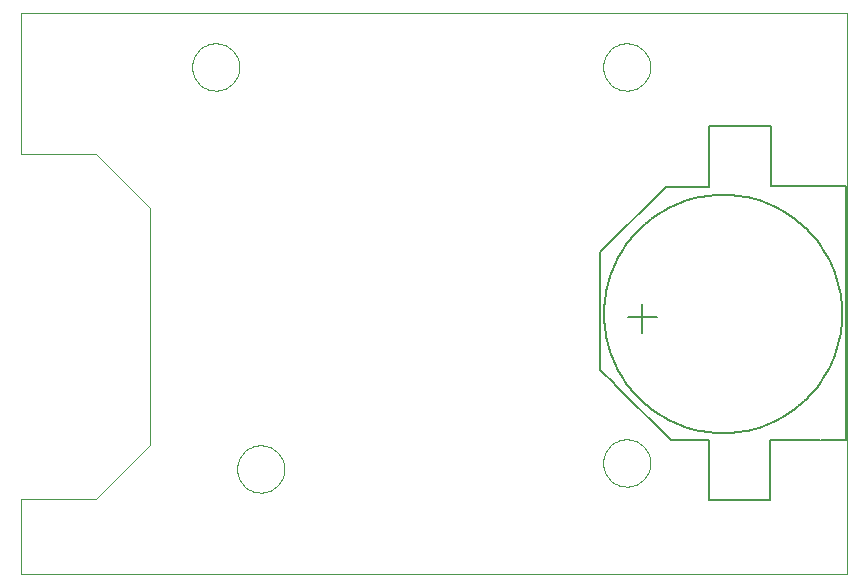
<source format=gbo>
G75*
%MOIN*%
%OFA0B0*%
%FSLAX24Y24*%
%IPPOS*%
%LPD*%
%AMOC8*
5,1,8,0,0,1.08239X$1,22.5*
%
%ADD10C,0.0000*%
%ADD11C,0.0050*%
D10*
X003250Y002550D02*
X003250Y005050D01*
X005750Y005050D01*
X007550Y006850D01*
X007550Y014750D01*
X005750Y016550D01*
X003250Y016550D01*
X003250Y021235D01*
X030809Y021235D01*
X030809Y002550D01*
X003250Y002550D01*
X010463Y006050D02*
X010465Y006106D01*
X010471Y006161D01*
X010481Y006215D01*
X010494Y006269D01*
X010512Y006322D01*
X010533Y006373D01*
X010557Y006423D01*
X010585Y006471D01*
X010617Y006517D01*
X010651Y006561D01*
X010689Y006602D01*
X010729Y006640D01*
X010772Y006675D01*
X010817Y006707D01*
X010865Y006736D01*
X010914Y006762D01*
X010965Y006784D01*
X011017Y006802D01*
X011071Y006816D01*
X011126Y006827D01*
X011181Y006834D01*
X011236Y006837D01*
X011292Y006836D01*
X011347Y006831D01*
X011402Y006822D01*
X011456Y006810D01*
X011509Y006793D01*
X011561Y006773D01*
X011611Y006749D01*
X011659Y006722D01*
X011706Y006692D01*
X011750Y006658D01*
X011792Y006621D01*
X011830Y006581D01*
X011867Y006539D01*
X011900Y006494D01*
X011929Y006448D01*
X011956Y006399D01*
X011978Y006348D01*
X011998Y006296D01*
X012013Y006242D01*
X012025Y006188D01*
X012033Y006133D01*
X012037Y006078D01*
X012037Y006022D01*
X012033Y005967D01*
X012025Y005912D01*
X012013Y005858D01*
X011998Y005804D01*
X011978Y005752D01*
X011956Y005701D01*
X011929Y005652D01*
X011900Y005606D01*
X011867Y005561D01*
X011830Y005519D01*
X011792Y005479D01*
X011750Y005442D01*
X011706Y005408D01*
X011659Y005378D01*
X011611Y005351D01*
X011561Y005327D01*
X011509Y005307D01*
X011456Y005290D01*
X011402Y005278D01*
X011347Y005269D01*
X011292Y005264D01*
X011236Y005263D01*
X011181Y005266D01*
X011126Y005273D01*
X011071Y005284D01*
X011017Y005298D01*
X010965Y005316D01*
X010914Y005338D01*
X010865Y005364D01*
X010817Y005393D01*
X010772Y005425D01*
X010729Y005460D01*
X010689Y005498D01*
X010651Y005539D01*
X010617Y005583D01*
X010585Y005629D01*
X010557Y005677D01*
X010533Y005727D01*
X010512Y005778D01*
X010494Y005831D01*
X010481Y005885D01*
X010471Y005939D01*
X010465Y005994D01*
X010463Y006050D01*
X022663Y006250D02*
X022665Y006306D01*
X022671Y006361D01*
X022681Y006415D01*
X022694Y006469D01*
X022712Y006522D01*
X022733Y006573D01*
X022757Y006623D01*
X022785Y006671D01*
X022817Y006717D01*
X022851Y006761D01*
X022889Y006802D01*
X022929Y006840D01*
X022972Y006875D01*
X023017Y006907D01*
X023065Y006936D01*
X023114Y006962D01*
X023165Y006984D01*
X023217Y007002D01*
X023271Y007016D01*
X023326Y007027D01*
X023381Y007034D01*
X023436Y007037D01*
X023492Y007036D01*
X023547Y007031D01*
X023602Y007022D01*
X023656Y007010D01*
X023709Y006993D01*
X023761Y006973D01*
X023811Y006949D01*
X023859Y006922D01*
X023906Y006892D01*
X023950Y006858D01*
X023992Y006821D01*
X024030Y006781D01*
X024067Y006739D01*
X024100Y006694D01*
X024129Y006648D01*
X024156Y006599D01*
X024178Y006548D01*
X024198Y006496D01*
X024213Y006442D01*
X024225Y006388D01*
X024233Y006333D01*
X024237Y006278D01*
X024237Y006222D01*
X024233Y006167D01*
X024225Y006112D01*
X024213Y006058D01*
X024198Y006004D01*
X024178Y005952D01*
X024156Y005901D01*
X024129Y005852D01*
X024100Y005806D01*
X024067Y005761D01*
X024030Y005719D01*
X023992Y005679D01*
X023950Y005642D01*
X023906Y005608D01*
X023859Y005578D01*
X023811Y005551D01*
X023761Y005527D01*
X023709Y005507D01*
X023656Y005490D01*
X023602Y005478D01*
X023547Y005469D01*
X023492Y005464D01*
X023436Y005463D01*
X023381Y005466D01*
X023326Y005473D01*
X023271Y005484D01*
X023217Y005498D01*
X023165Y005516D01*
X023114Y005538D01*
X023065Y005564D01*
X023017Y005593D01*
X022972Y005625D01*
X022929Y005660D01*
X022889Y005698D01*
X022851Y005739D01*
X022817Y005783D01*
X022785Y005829D01*
X022757Y005877D01*
X022733Y005927D01*
X022712Y005978D01*
X022694Y006031D01*
X022681Y006085D01*
X022671Y006139D01*
X022665Y006194D01*
X022663Y006250D01*
X022663Y019450D02*
X022665Y019506D01*
X022671Y019561D01*
X022681Y019615D01*
X022694Y019669D01*
X022712Y019722D01*
X022733Y019773D01*
X022757Y019823D01*
X022785Y019871D01*
X022817Y019917D01*
X022851Y019961D01*
X022889Y020002D01*
X022929Y020040D01*
X022972Y020075D01*
X023017Y020107D01*
X023065Y020136D01*
X023114Y020162D01*
X023165Y020184D01*
X023217Y020202D01*
X023271Y020216D01*
X023326Y020227D01*
X023381Y020234D01*
X023436Y020237D01*
X023492Y020236D01*
X023547Y020231D01*
X023602Y020222D01*
X023656Y020210D01*
X023709Y020193D01*
X023761Y020173D01*
X023811Y020149D01*
X023859Y020122D01*
X023906Y020092D01*
X023950Y020058D01*
X023992Y020021D01*
X024030Y019981D01*
X024067Y019939D01*
X024100Y019894D01*
X024129Y019848D01*
X024156Y019799D01*
X024178Y019748D01*
X024198Y019696D01*
X024213Y019642D01*
X024225Y019588D01*
X024233Y019533D01*
X024237Y019478D01*
X024237Y019422D01*
X024233Y019367D01*
X024225Y019312D01*
X024213Y019258D01*
X024198Y019204D01*
X024178Y019152D01*
X024156Y019101D01*
X024129Y019052D01*
X024100Y019006D01*
X024067Y018961D01*
X024030Y018919D01*
X023992Y018879D01*
X023950Y018842D01*
X023906Y018808D01*
X023859Y018778D01*
X023811Y018751D01*
X023761Y018727D01*
X023709Y018707D01*
X023656Y018690D01*
X023602Y018678D01*
X023547Y018669D01*
X023492Y018664D01*
X023436Y018663D01*
X023381Y018666D01*
X023326Y018673D01*
X023271Y018684D01*
X023217Y018698D01*
X023165Y018716D01*
X023114Y018738D01*
X023065Y018764D01*
X023017Y018793D01*
X022972Y018825D01*
X022929Y018860D01*
X022889Y018898D01*
X022851Y018939D01*
X022817Y018983D01*
X022785Y019029D01*
X022757Y019077D01*
X022733Y019127D01*
X022712Y019178D01*
X022694Y019231D01*
X022681Y019285D01*
X022671Y019339D01*
X022665Y019394D01*
X022663Y019450D01*
X008963Y019450D02*
X008965Y019506D01*
X008971Y019561D01*
X008981Y019615D01*
X008994Y019669D01*
X009012Y019722D01*
X009033Y019773D01*
X009057Y019823D01*
X009085Y019871D01*
X009117Y019917D01*
X009151Y019961D01*
X009189Y020002D01*
X009229Y020040D01*
X009272Y020075D01*
X009317Y020107D01*
X009365Y020136D01*
X009414Y020162D01*
X009465Y020184D01*
X009517Y020202D01*
X009571Y020216D01*
X009626Y020227D01*
X009681Y020234D01*
X009736Y020237D01*
X009792Y020236D01*
X009847Y020231D01*
X009902Y020222D01*
X009956Y020210D01*
X010009Y020193D01*
X010061Y020173D01*
X010111Y020149D01*
X010159Y020122D01*
X010206Y020092D01*
X010250Y020058D01*
X010292Y020021D01*
X010330Y019981D01*
X010367Y019939D01*
X010400Y019894D01*
X010429Y019848D01*
X010456Y019799D01*
X010478Y019748D01*
X010498Y019696D01*
X010513Y019642D01*
X010525Y019588D01*
X010533Y019533D01*
X010537Y019478D01*
X010537Y019422D01*
X010533Y019367D01*
X010525Y019312D01*
X010513Y019258D01*
X010498Y019204D01*
X010478Y019152D01*
X010456Y019101D01*
X010429Y019052D01*
X010400Y019006D01*
X010367Y018961D01*
X010330Y018919D01*
X010292Y018879D01*
X010250Y018842D01*
X010206Y018808D01*
X010159Y018778D01*
X010111Y018751D01*
X010061Y018727D01*
X010009Y018707D01*
X009956Y018690D01*
X009902Y018678D01*
X009847Y018669D01*
X009792Y018664D01*
X009736Y018663D01*
X009681Y018666D01*
X009626Y018673D01*
X009571Y018684D01*
X009517Y018698D01*
X009465Y018716D01*
X009414Y018738D01*
X009365Y018764D01*
X009317Y018793D01*
X009272Y018825D01*
X009229Y018860D01*
X009189Y018898D01*
X009151Y018939D01*
X009117Y018983D01*
X009085Y019029D01*
X009057Y019077D01*
X009033Y019127D01*
X009012Y019178D01*
X008994Y019231D01*
X008981Y019285D01*
X008971Y019339D01*
X008965Y019394D01*
X008963Y019450D01*
D11*
X022577Y013271D02*
X022577Y009350D01*
X023061Y008866D01*
X023077Y008850D02*
X024931Y007007D01*
X026191Y007007D01*
X026191Y005000D01*
X028238Y005000D01*
X028238Y007007D01*
X029892Y007007D01*
X029919Y007007D02*
X030746Y007007D01*
X030746Y015472D01*
X028254Y015472D01*
X028254Y017484D01*
X026199Y017484D01*
X026199Y015460D01*
X026183Y015464D02*
X024770Y015464D01*
X022577Y013271D01*
X023963Y011559D02*
X023963Y010594D01*
X023482Y011106D02*
X024447Y011106D01*
X022698Y011216D02*
X022700Y011342D01*
X022706Y011468D01*
X022716Y011593D01*
X022730Y011718D01*
X022748Y011843D01*
X022770Y011967D01*
X022796Y012090D01*
X022825Y012213D01*
X022859Y012334D01*
X022896Y012454D01*
X022937Y012573D01*
X022982Y012691D01*
X023031Y012807D01*
X023083Y012922D01*
X023139Y013035D01*
X023199Y013146D01*
X023262Y013255D01*
X023328Y013362D01*
X023398Y013467D01*
X023471Y013569D01*
X023547Y013669D01*
X023627Y013767D01*
X023709Y013862D01*
X023794Y013955D01*
X023883Y014045D01*
X023974Y014132D01*
X024068Y014216D01*
X024164Y014297D01*
X024263Y014374D01*
X024365Y014449D01*
X024468Y014520D01*
X024574Y014589D01*
X024683Y014653D01*
X024793Y014714D01*
X024904Y014772D01*
X025018Y014826D01*
X025134Y014877D01*
X025251Y014924D01*
X025369Y014967D01*
X025489Y015006D01*
X025609Y015041D01*
X025731Y015073D01*
X025854Y015101D01*
X025978Y015125D01*
X026102Y015145D01*
X026227Y015161D01*
X026352Y015173D01*
X026478Y015181D01*
X026604Y015185D01*
X026730Y015185D01*
X026856Y015181D01*
X026982Y015173D01*
X027107Y015161D01*
X027232Y015145D01*
X027356Y015125D01*
X027480Y015101D01*
X027603Y015073D01*
X027725Y015041D01*
X027845Y015006D01*
X027965Y014967D01*
X028083Y014924D01*
X028200Y014877D01*
X028316Y014826D01*
X028430Y014772D01*
X028541Y014714D01*
X028652Y014653D01*
X028760Y014589D01*
X028866Y014520D01*
X028969Y014449D01*
X029071Y014374D01*
X029170Y014297D01*
X029266Y014216D01*
X029360Y014132D01*
X029451Y014045D01*
X029540Y013955D01*
X029625Y013862D01*
X029707Y013767D01*
X029787Y013669D01*
X029863Y013569D01*
X029936Y013467D01*
X030006Y013362D01*
X030072Y013255D01*
X030135Y013146D01*
X030195Y013035D01*
X030251Y012922D01*
X030303Y012807D01*
X030352Y012691D01*
X030397Y012573D01*
X030438Y012454D01*
X030475Y012334D01*
X030509Y012213D01*
X030538Y012090D01*
X030564Y011967D01*
X030586Y011843D01*
X030604Y011718D01*
X030618Y011593D01*
X030628Y011468D01*
X030634Y011342D01*
X030636Y011216D01*
X030634Y011090D01*
X030628Y010964D01*
X030618Y010839D01*
X030604Y010714D01*
X030586Y010589D01*
X030564Y010465D01*
X030538Y010342D01*
X030509Y010219D01*
X030475Y010098D01*
X030438Y009978D01*
X030397Y009859D01*
X030352Y009741D01*
X030303Y009625D01*
X030251Y009510D01*
X030195Y009397D01*
X030135Y009286D01*
X030072Y009177D01*
X030006Y009070D01*
X029936Y008965D01*
X029863Y008863D01*
X029787Y008763D01*
X029707Y008665D01*
X029625Y008570D01*
X029540Y008477D01*
X029451Y008387D01*
X029360Y008300D01*
X029266Y008216D01*
X029170Y008135D01*
X029071Y008058D01*
X028969Y007983D01*
X028866Y007912D01*
X028760Y007843D01*
X028651Y007779D01*
X028541Y007718D01*
X028430Y007660D01*
X028316Y007606D01*
X028200Y007555D01*
X028083Y007508D01*
X027965Y007465D01*
X027845Y007426D01*
X027725Y007391D01*
X027603Y007359D01*
X027480Y007331D01*
X027356Y007307D01*
X027232Y007287D01*
X027107Y007271D01*
X026982Y007259D01*
X026856Y007251D01*
X026730Y007247D01*
X026604Y007247D01*
X026478Y007251D01*
X026352Y007259D01*
X026227Y007271D01*
X026102Y007287D01*
X025978Y007307D01*
X025854Y007331D01*
X025731Y007359D01*
X025609Y007391D01*
X025489Y007426D01*
X025369Y007465D01*
X025251Y007508D01*
X025134Y007555D01*
X025018Y007606D01*
X024904Y007660D01*
X024793Y007718D01*
X024682Y007779D01*
X024574Y007843D01*
X024468Y007912D01*
X024365Y007983D01*
X024263Y008058D01*
X024164Y008135D01*
X024068Y008216D01*
X023974Y008300D01*
X023883Y008387D01*
X023794Y008477D01*
X023709Y008570D01*
X023627Y008665D01*
X023547Y008763D01*
X023471Y008863D01*
X023398Y008965D01*
X023328Y009070D01*
X023262Y009177D01*
X023199Y009286D01*
X023139Y009397D01*
X023083Y009510D01*
X023031Y009625D01*
X022982Y009741D01*
X022937Y009859D01*
X022896Y009978D01*
X022859Y010098D01*
X022825Y010219D01*
X022796Y010342D01*
X022770Y010465D01*
X022748Y010589D01*
X022730Y010714D01*
X022716Y010839D01*
X022706Y010964D01*
X022700Y011090D01*
X022698Y011216D01*
M02*

</source>
